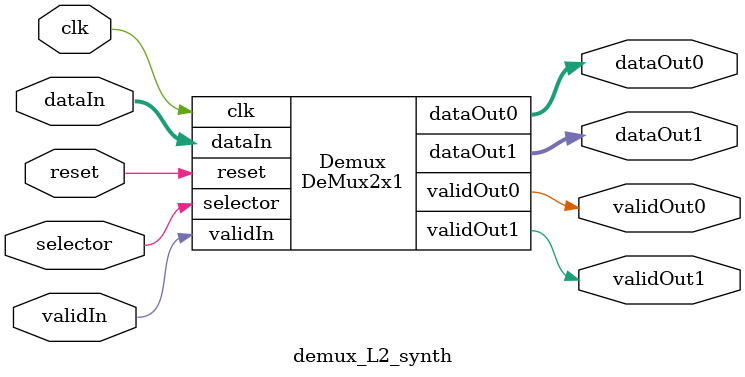
<source format=v>
/* Generated by Yosys 0.9 (git sha1 1979e0b) */

(* src = "DeMux2x1.v:1" *)
module DeMux2x1(dataOut0, dataOut1, validOut0, validOut1, dataIn, validIn, selector, clk, reset);
  (* src = "DeMux2x1.v:32" *)
  wire _00_;
  (* src = "DeMux2x1.v:49" *)
  wire _01_;
  wire _02_;
  wire _03_;
  wire _04_;
  wire _05_;
  wire _06_;
  wire _07_;
  (* src = "DeMux2x1.v:9" *)
  input clk;
  (* src = "DeMux2x1.v:6" *)
  input [7:0] dataIn;
  (* src = "DeMux2x1.v:2" *)
  output [7:0] dataOut0;
  (* src = "DeMux2x1.v:3" *)
  output [7:0] dataOut1;
  (* src = "DeMux2x1.v:10" *)
  input reset;
  (* src = "DeMux2x1.v:8" *)
  input selector;
  (* src = "DeMux2x1.v:14" *)
  wire validDeMux0;
  (* src = "DeMux2x1.v:15" *)
  wire validDeMux1;
  (* src = "DeMux2x1.v:7" *)
  input validIn;
  (* src = "DeMux2x1.v:4" *)
  output validOut0;
  (* src = "DeMux2x1.v:5" *)
  output validOut1;
  NOT _08_ (
    .A(reset),
    .Y(_03_)
  );
  NOT _09_ (
    .A(selector),
    .Y(_02_)
  );
  NAND _10_ (
    .A(validDeMux0),
    .B(reset),
    .Y(_04_)
  );
  NAND _11_ (
    .A(validOut0),
    .B(_03_),
    .Y(_05_)
  );
  NAND _12_ (
    .A(_04_),
    .B(_05_),
    .Y(_00_)
  );
  NAND _13_ (
    .A(reset),
    .B(validDeMux1),
    .Y(_06_)
  );
  NAND _14_ (
    .A(_03_),
    .B(validOut1),
    .Y(_07_)
  );
  NAND _15_ (
    .A(_06_),
    .B(_07_),
    .Y(_01_)
  );
  (* src = "DeMux2x1.v:49" *)
  DFF _16_ (
    .C(clk),
    .D(_01_),
    .Q(validOut1)
  );
  (* src = "DeMux2x1.v:32" *)
  DFF _17_ (
    .C(clk),
    .D(_00_),
    .Q(validOut0)
  );
  (* src = "DeMux2x1.v:20" *)
  \$_DLATCH_P_  _18_ (
    .D(validIn),
    .E(_02_),
    .Q(validDeMux0)
  );
  (* src = "DeMux2x1.v:20" *)
  \$_DLATCH_P_  _19_ (
    .D(validIn),
    .E(selector),
    .Q(validDeMux1)
  );
  assign dataOut0 = 8'h00;
  assign dataOut1 = 8'h00;
endmodule

(* top =  1  *)
(* src = "demux_L2_synth.v:2" *)
module demux_L2_synth(dataOut0, dataOut1, validOut0, validOut1, dataIn, validIn, selector, clk, reset);
  (* src = "demux_L2_synth.v:10" *)
  input clk;
  (* src = "demux_L2_synth.v:7" *)
  input [7:0] dataIn;
  (* src = "demux_L2_synth.v:3" *)
  output [7:0] dataOut0;
  (* src = "demux_L2_synth.v:4" *)
  output [7:0] dataOut1;
  (* src = "demux_L2_synth.v:11" *)
  input reset;
  (* src = "demux_L2_synth.v:9" *)
  input selector;
  (* src = "demux_L2_synth.v:8" *)
  input validIn;
  (* src = "demux_L2_synth.v:5" *)
  output validOut0;
  (* src = "demux_L2_synth.v:6" *)
  output validOut1;
  (* module_not_derived = 32'd1 *)
  (* src = "demux_L2_synth.v:13" *)
  DeMux2x1 Demux (
    .clk(clk),
    .dataIn(dataIn),
    .dataOut0(dataOut0),
    .dataOut1(dataOut1),
    .reset(reset),
    .selector(selector),
    .validIn(validIn),
    .validOut0(validOut0),
    .validOut1(validOut1)
  );
endmodule

</source>
